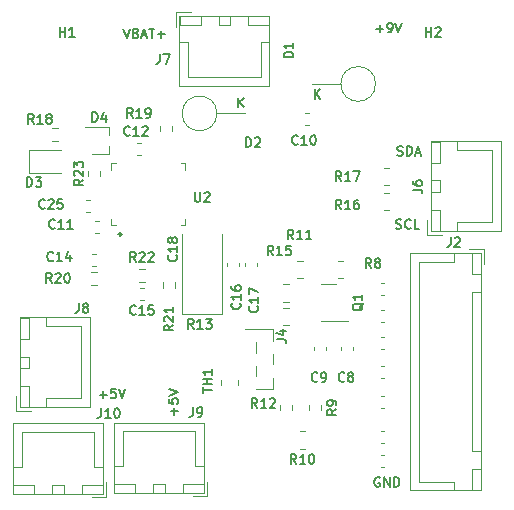
<source format=gbr>
%TF.GenerationSoftware,KiCad,Pcbnew,(6.0.1)*%
%TF.CreationDate,2022-03-12T23:59:43-07:00*%
%TF.ProjectId,PowerBackup,506f7765-7242-4616-936b-75702e6b6963,rev?*%
%TF.SameCoordinates,Original*%
%TF.FileFunction,Legend,Top*%
%TF.FilePolarity,Positive*%
%FSLAX46Y46*%
G04 Gerber Fmt 4.6, Leading zero omitted, Abs format (unit mm)*
G04 Created by KiCad (PCBNEW (6.0.1)) date 2022-03-12 23:59:43*
%MOMM*%
%LPD*%
G01*
G04 APERTURE LIST*
%ADD10C,0.150000*%
%ADD11C,0.120000*%
G04 APERTURE END LIST*
D10*
X141221428Y-78407142D02*
X141830952Y-78407142D01*
X141526190Y-78711904D02*
X141526190Y-78102380D01*
X142250000Y-78711904D02*
X142402380Y-78711904D01*
X142478571Y-78673809D01*
X142516666Y-78635714D01*
X142592857Y-78521428D01*
X142630952Y-78369047D01*
X142630952Y-78064285D01*
X142592857Y-77988095D01*
X142554761Y-77950000D01*
X142478571Y-77911904D01*
X142326190Y-77911904D01*
X142250000Y-77950000D01*
X142211904Y-77988095D01*
X142173809Y-78064285D01*
X142173809Y-78254761D01*
X142211904Y-78330952D01*
X142250000Y-78369047D01*
X142326190Y-78407142D01*
X142478571Y-78407142D01*
X142554761Y-78369047D01*
X142592857Y-78330952D01*
X142630952Y-78254761D01*
X142859523Y-77911904D02*
X143126190Y-78711904D01*
X143392857Y-77911904D01*
X143028571Y-89123809D02*
X143142857Y-89161904D01*
X143333333Y-89161904D01*
X143409523Y-89123809D01*
X143447619Y-89085714D01*
X143485714Y-89009523D01*
X143485714Y-88933333D01*
X143447619Y-88857142D01*
X143409523Y-88819047D01*
X143333333Y-88780952D01*
X143180952Y-88742857D01*
X143104761Y-88704761D01*
X143066666Y-88666666D01*
X143028571Y-88590476D01*
X143028571Y-88514285D01*
X143066666Y-88438095D01*
X143104761Y-88400000D01*
X143180952Y-88361904D01*
X143371428Y-88361904D01*
X143485714Y-88400000D01*
X143828571Y-89161904D02*
X143828571Y-88361904D01*
X144019047Y-88361904D01*
X144133333Y-88400000D01*
X144209523Y-88476190D01*
X144247619Y-88552380D01*
X144285714Y-88704761D01*
X144285714Y-88819047D01*
X144247619Y-88971428D01*
X144209523Y-89047619D01*
X144133333Y-89123809D01*
X144019047Y-89161904D01*
X143828571Y-89161904D01*
X144590476Y-88933333D02*
X144971428Y-88933333D01*
X144514285Y-89161904D02*
X144780952Y-88361904D01*
X145047619Y-89161904D01*
X142897619Y-95323809D02*
X143011904Y-95361904D01*
X143202380Y-95361904D01*
X143278571Y-95323809D01*
X143316666Y-95285714D01*
X143354761Y-95209523D01*
X143354761Y-95133333D01*
X143316666Y-95057142D01*
X143278571Y-95019047D01*
X143202380Y-94980952D01*
X143050000Y-94942857D01*
X142973809Y-94904761D01*
X142935714Y-94866666D01*
X142897619Y-94790476D01*
X142897619Y-94714285D01*
X142935714Y-94638095D01*
X142973809Y-94600000D01*
X143050000Y-94561904D01*
X143240476Y-94561904D01*
X143354761Y-94600000D01*
X144154761Y-95285714D02*
X144116666Y-95323809D01*
X144002380Y-95361904D01*
X143926190Y-95361904D01*
X143811904Y-95323809D01*
X143735714Y-95247619D01*
X143697619Y-95171428D01*
X143659523Y-95019047D01*
X143659523Y-94904761D01*
X143697619Y-94752380D01*
X143735714Y-94676190D01*
X143811904Y-94600000D01*
X143926190Y-94561904D01*
X144002380Y-94561904D01*
X144116666Y-94600000D01*
X144154761Y-94638095D01*
X144878571Y-95361904D02*
X144497619Y-95361904D01*
X144497619Y-94561904D01*
X117821428Y-109407142D02*
X118430952Y-109407142D01*
X118126190Y-109711904D02*
X118126190Y-109102380D01*
X119192857Y-108911904D02*
X118811904Y-108911904D01*
X118773809Y-109292857D01*
X118811904Y-109254761D01*
X118888095Y-109216666D01*
X119078571Y-109216666D01*
X119154761Y-109254761D01*
X119192857Y-109292857D01*
X119230952Y-109369047D01*
X119230952Y-109559523D01*
X119192857Y-109635714D01*
X119154761Y-109673809D01*
X119078571Y-109711904D01*
X118888095Y-109711904D01*
X118811904Y-109673809D01*
X118773809Y-109635714D01*
X119459523Y-108911904D02*
X119726190Y-109711904D01*
X119992857Y-108911904D01*
X124157142Y-111128571D02*
X124157142Y-110519047D01*
X124461904Y-110823809D02*
X123852380Y-110823809D01*
X123661904Y-109757142D02*
X123661904Y-110138095D01*
X124042857Y-110176190D01*
X124004761Y-110138095D01*
X123966666Y-110061904D01*
X123966666Y-109871428D01*
X124004761Y-109795238D01*
X124042857Y-109757142D01*
X124119047Y-109719047D01*
X124309523Y-109719047D01*
X124385714Y-109757142D01*
X124423809Y-109795238D01*
X124461904Y-109871428D01*
X124461904Y-110061904D01*
X124423809Y-110138095D01*
X124385714Y-110176190D01*
X123661904Y-109490476D02*
X124461904Y-109223809D01*
X123661904Y-108957142D01*
X141540476Y-116450000D02*
X141464285Y-116411904D01*
X141350000Y-116411904D01*
X141235714Y-116450000D01*
X141159523Y-116526190D01*
X141121428Y-116602380D01*
X141083333Y-116754761D01*
X141083333Y-116869047D01*
X141121428Y-117021428D01*
X141159523Y-117097619D01*
X141235714Y-117173809D01*
X141350000Y-117211904D01*
X141426190Y-117211904D01*
X141540476Y-117173809D01*
X141578571Y-117135714D01*
X141578571Y-116869047D01*
X141426190Y-116869047D01*
X141921428Y-117211904D02*
X141921428Y-116411904D01*
X142378571Y-117211904D01*
X142378571Y-116411904D01*
X142759523Y-117211904D02*
X142759523Y-116411904D01*
X142950000Y-116411904D01*
X143064285Y-116450000D01*
X143140476Y-116526190D01*
X143178571Y-116602380D01*
X143216666Y-116754761D01*
X143216666Y-116869047D01*
X143178571Y-117021428D01*
X143140476Y-117097619D01*
X143064285Y-117173809D01*
X142950000Y-117211904D01*
X142759523Y-117211904D01*
X119840476Y-78411904D02*
X120107142Y-79211904D01*
X120373809Y-78411904D01*
X120907142Y-78792857D02*
X121021428Y-78830952D01*
X121059523Y-78869047D01*
X121097619Y-78945238D01*
X121097619Y-79059523D01*
X121059523Y-79135714D01*
X121021428Y-79173809D01*
X120945238Y-79211904D01*
X120640476Y-79211904D01*
X120640476Y-78411904D01*
X120907142Y-78411904D01*
X120983333Y-78450000D01*
X121021428Y-78488095D01*
X121059523Y-78564285D01*
X121059523Y-78640476D01*
X121021428Y-78716666D01*
X120983333Y-78754761D01*
X120907142Y-78792857D01*
X120640476Y-78792857D01*
X121402380Y-78983333D02*
X121783333Y-78983333D01*
X121326190Y-79211904D02*
X121592857Y-78411904D01*
X121859523Y-79211904D01*
X122011904Y-78411904D02*
X122469047Y-78411904D01*
X122240476Y-79211904D02*
X122240476Y-78411904D01*
X122735714Y-78907142D02*
X123345238Y-78907142D01*
X123040476Y-79211904D02*
X123040476Y-78602380D01*
%TO.C,R16*%
X138285714Y-93711904D02*
X138019047Y-93330952D01*
X137828571Y-93711904D02*
X137828571Y-92911904D01*
X138133333Y-92911904D01*
X138209523Y-92950000D01*
X138247619Y-92988095D01*
X138285714Y-93064285D01*
X138285714Y-93178571D01*
X138247619Y-93254761D01*
X138209523Y-93292857D01*
X138133333Y-93330952D01*
X137828571Y-93330952D01*
X139047619Y-93711904D02*
X138590476Y-93711904D01*
X138819047Y-93711904D02*
X138819047Y-92911904D01*
X138742857Y-93026190D01*
X138666666Y-93102380D01*
X138590476Y-93140476D01*
X139733333Y-92911904D02*
X139580952Y-92911904D01*
X139504761Y-92950000D01*
X139466666Y-92988095D01*
X139390476Y-93102380D01*
X139352380Y-93254761D01*
X139352380Y-93559523D01*
X139390476Y-93635714D01*
X139428571Y-93673809D01*
X139504761Y-93711904D01*
X139657142Y-93711904D01*
X139733333Y-93673809D01*
X139771428Y-93635714D01*
X139809523Y-93559523D01*
X139809523Y-93369047D01*
X139771428Y-93292857D01*
X139733333Y-93254761D01*
X139657142Y-93216666D01*
X139504761Y-93216666D01*
X139428571Y-93254761D01*
X139390476Y-93292857D01*
X139352380Y-93369047D01*
%TO.C,J4*%
X132811904Y-104716666D02*
X133383333Y-104716666D01*
X133497619Y-104754761D01*
X133573809Y-104830952D01*
X133611904Y-104945238D01*
X133611904Y-105021428D01*
X133078571Y-103992857D02*
X133611904Y-103992857D01*
X132773809Y-104183333D02*
X133345238Y-104373809D01*
X133345238Y-103878571D01*
%TO.C,C12*%
X120389714Y-87407714D02*
X120351619Y-87445809D01*
X120237333Y-87483904D01*
X120161142Y-87483904D01*
X120046857Y-87445809D01*
X119970666Y-87369619D01*
X119932571Y-87293428D01*
X119894476Y-87141047D01*
X119894476Y-87026761D01*
X119932571Y-86874380D01*
X119970666Y-86798190D01*
X120046857Y-86722000D01*
X120161142Y-86683904D01*
X120237333Y-86683904D01*
X120351619Y-86722000D01*
X120389714Y-86760095D01*
X121151619Y-87483904D02*
X120694476Y-87483904D01*
X120923047Y-87483904D02*
X120923047Y-86683904D01*
X120846857Y-86798190D01*
X120770666Y-86874380D01*
X120694476Y-86912476D01*
X121456380Y-86760095D02*
X121494476Y-86722000D01*
X121570666Y-86683904D01*
X121761142Y-86683904D01*
X121837333Y-86722000D01*
X121875428Y-86760095D01*
X121913523Y-86836285D01*
X121913523Y-86912476D01*
X121875428Y-87026761D01*
X121418285Y-87483904D01*
X121913523Y-87483904D01*
%TO.C,D1*%
X134219904Y-80854476D02*
X133419904Y-80854476D01*
X133419904Y-80664000D01*
X133458000Y-80549714D01*
X133534190Y-80473523D01*
X133610380Y-80435428D01*
X133762761Y-80397333D01*
X133877047Y-80397333D01*
X134029428Y-80435428D01*
X134105619Y-80473523D01*
X134181809Y-80549714D01*
X134219904Y-80664000D01*
X134219904Y-80854476D01*
X134219904Y-79635428D02*
X134219904Y-80092571D01*
X134219904Y-79864000D02*
X133419904Y-79864000D01*
X133534190Y-79940190D01*
X133610380Y-80016380D01*
X133648476Y-80092571D01*
X136025476Y-84361904D02*
X136025476Y-83561904D01*
X136482619Y-84361904D02*
X136139761Y-83904761D01*
X136482619Y-83561904D02*
X136025476Y-84019047D01*
%TO.C,J6*%
X144336904Y-92041666D02*
X144908333Y-92041666D01*
X145022619Y-92079761D01*
X145098809Y-92155952D01*
X145136904Y-92270238D01*
X145136904Y-92346428D01*
X144336904Y-91317857D02*
X144336904Y-91470238D01*
X144375000Y-91546428D01*
X144413095Y-91584523D01*
X144527380Y-91660714D01*
X144679761Y-91698809D01*
X144984523Y-91698809D01*
X145060714Y-91660714D01*
X145098809Y-91622619D01*
X145136904Y-91546428D01*
X145136904Y-91394047D01*
X145098809Y-91317857D01*
X145060714Y-91279761D01*
X144984523Y-91241666D01*
X144794047Y-91241666D01*
X144717857Y-91279761D01*
X144679761Y-91317857D01*
X144641666Y-91394047D01*
X144641666Y-91546428D01*
X144679761Y-91622619D01*
X144717857Y-91660714D01*
X144794047Y-91698809D01*
%TO.C,R23*%
X116439904Y-91192285D02*
X116058952Y-91458952D01*
X116439904Y-91649428D02*
X115639904Y-91649428D01*
X115639904Y-91344666D01*
X115678000Y-91268476D01*
X115716095Y-91230380D01*
X115792285Y-91192285D01*
X115906571Y-91192285D01*
X115982761Y-91230380D01*
X116020857Y-91268476D01*
X116058952Y-91344666D01*
X116058952Y-91649428D01*
X115716095Y-90887523D02*
X115678000Y-90849428D01*
X115639904Y-90773238D01*
X115639904Y-90582761D01*
X115678000Y-90506571D01*
X115716095Y-90468476D01*
X115792285Y-90430380D01*
X115868476Y-90430380D01*
X115982761Y-90468476D01*
X116439904Y-90925619D01*
X116439904Y-90430380D01*
X115639904Y-90163714D02*
X115639904Y-89668476D01*
X115944666Y-89935142D01*
X115944666Y-89820857D01*
X115982761Y-89744666D01*
X116020857Y-89706571D01*
X116097047Y-89668476D01*
X116287523Y-89668476D01*
X116363714Y-89706571D01*
X116401809Y-89744666D01*
X116439904Y-89820857D01*
X116439904Y-90049428D01*
X116401809Y-90125619D01*
X116363714Y-90163714D01*
%TO.C,R18*%
X112261714Y-86467904D02*
X111995047Y-86086952D01*
X111804571Y-86467904D02*
X111804571Y-85667904D01*
X112109333Y-85667904D01*
X112185523Y-85706000D01*
X112223619Y-85744095D01*
X112261714Y-85820285D01*
X112261714Y-85934571D01*
X112223619Y-86010761D01*
X112185523Y-86048857D01*
X112109333Y-86086952D01*
X111804571Y-86086952D01*
X113023619Y-86467904D02*
X112566476Y-86467904D01*
X112795047Y-86467904D02*
X112795047Y-85667904D01*
X112718857Y-85782190D01*
X112642666Y-85858380D01*
X112566476Y-85896476D01*
X113480761Y-86010761D02*
X113404571Y-85972666D01*
X113366476Y-85934571D01*
X113328380Y-85858380D01*
X113328380Y-85820285D01*
X113366476Y-85744095D01*
X113404571Y-85706000D01*
X113480761Y-85667904D01*
X113633142Y-85667904D01*
X113709333Y-85706000D01*
X113747428Y-85744095D01*
X113785523Y-85820285D01*
X113785523Y-85858380D01*
X113747428Y-85934571D01*
X113709333Y-85972666D01*
X113633142Y-86010761D01*
X113480761Y-86010761D01*
X113404571Y-86048857D01*
X113366476Y-86086952D01*
X113328380Y-86163142D01*
X113328380Y-86315523D01*
X113366476Y-86391714D01*
X113404571Y-86429809D01*
X113480761Y-86467904D01*
X113633142Y-86467904D01*
X113709333Y-86429809D01*
X113747428Y-86391714D01*
X113785523Y-86315523D01*
X113785523Y-86163142D01*
X113747428Y-86086952D01*
X113709333Y-86048857D01*
X113633142Y-86010761D01*
%TO.C,J8*%
X116065333Y-101669904D02*
X116065333Y-102241333D01*
X116027238Y-102355619D01*
X115951047Y-102431809D01*
X115836761Y-102469904D01*
X115760571Y-102469904D01*
X116560571Y-102012761D02*
X116484380Y-101974666D01*
X116446285Y-101936571D01*
X116408190Y-101860380D01*
X116408190Y-101822285D01*
X116446285Y-101746095D01*
X116484380Y-101708000D01*
X116560571Y-101669904D01*
X116712952Y-101669904D01*
X116789142Y-101708000D01*
X116827238Y-101746095D01*
X116865333Y-101822285D01*
X116865333Y-101860380D01*
X116827238Y-101936571D01*
X116789142Y-101974666D01*
X116712952Y-102012761D01*
X116560571Y-102012761D01*
X116484380Y-102050857D01*
X116446285Y-102088952D01*
X116408190Y-102165142D01*
X116408190Y-102317523D01*
X116446285Y-102393714D01*
X116484380Y-102431809D01*
X116560571Y-102469904D01*
X116712952Y-102469904D01*
X116789142Y-102431809D01*
X116827238Y-102393714D01*
X116865333Y-102317523D01*
X116865333Y-102165142D01*
X116827238Y-102088952D01*
X116789142Y-102050857D01*
X116712952Y-102012761D01*
%TO.C,R20*%
X113785714Y-99929904D02*
X113519047Y-99548952D01*
X113328571Y-99929904D02*
X113328571Y-99129904D01*
X113633333Y-99129904D01*
X113709523Y-99168000D01*
X113747619Y-99206095D01*
X113785714Y-99282285D01*
X113785714Y-99396571D01*
X113747619Y-99472761D01*
X113709523Y-99510857D01*
X113633333Y-99548952D01*
X113328571Y-99548952D01*
X114090476Y-99206095D02*
X114128571Y-99168000D01*
X114204761Y-99129904D01*
X114395238Y-99129904D01*
X114471428Y-99168000D01*
X114509523Y-99206095D01*
X114547619Y-99282285D01*
X114547619Y-99358476D01*
X114509523Y-99472761D01*
X114052380Y-99929904D01*
X114547619Y-99929904D01*
X115042857Y-99129904D02*
X115119047Y-99129904D01*
X115195238Y-99168000D01*
X115233333Y-99206095D01*
X115271428Y-99282285D01*
X115309523Y-99434666D01*
X115309523Y-99625142D01*
X115271428Y-99777523D01*
X115233333Y-99853714D01*
X115195238Y-99891809D01*
X115119047Y-99929904D01*
X115042857Y-99929904D01*
X114966666Y-99891809D01*
X114928571Y-99853714D01*
X114890476Y-99777523D01*
X114852380Y-99625142D01*
X114852380Y-99434666D01*
X114890476Y-99282285D01*
X114928571Y-99206095D01*
X114966666Y-99168000D01*
X115042857Y-99129904D01*
%TO.C,Q1*%
X140138095Y-101676190D02*
X140100000Y-101752380D01*
X140023809Y-101828571D01*
X139909523Y-101942857D01*
X139871428Y-102019047D01*
X139871428Y-102095238D01*
X140061904Y-102057142D02*
X140023809Y-102133333D01*
X139947619Y-102209523D01*
X139795238Y-102247619D01*
X139528571Y-102247619D01*
X139376190Y-102209523D01*
X139300000Y-102133333D01*
X139261904Y-102057142D01*
X139261904Y-101904761D01*
X139300000Y-101828571D01*
X139376190Y-101752380D01*
X139528571Y-101714285D01*
X139795238Y-101714285D01*
X139947619Y-101752380D01*
X140023809Y-101828571D01*
X140061904Y-101904761D01*
X140061904Y-102057142D01*
X140061904Y-100952380D02*
X140061904Y-101409523D01*
X140061904Y-101180952D02*
X139261904Y-101180952D01*
X139376190Y-101257142D01*
X139452380Y-101333333D01*
X139490476Y-101409523D01*
%TO.C,C18*%
X124335714Y-97614285D02*
X124373809Y-97652380D01*
X124411904Y-97766666D01*
X124411904Y-97842857D01*
X124373809Y-97957142D01*
X124297619Y-98033333D01*
X124221428Y-98071428D01*
X124069047Y-98109523D01*
X123954761Y-98109523D01*
X123802380Y-98071428D01*
X123726190Y-98033333D01*
X123650000Y-97957142D01*
X123611904Y-97842857D01*
X123611904Y-97766666D01*
X123650000Y-97652380D01*
X123688095Y-97614285D01*
X124411904Y-96852380D02*
X124411904Y-97309523D01*
X124411904Y-97080952D02*
X123611904Y-97080952D01*
X123726190Y-97157142D01*
X123802380Y-97233333D01*
X123840476Y-97309523D01*
X123954761Y-96395238D02*
X123916666Y-96471428D01*
X123878571Y-96509523D01*
X123802380Y-96547619D01*
X123764285Y-96547619D01*
X123688095Y-96509523D01*
X123650000Y-96471428D01*
X123611904Y-96395238D01*
X123611904Y-96242857D01*
X123650000Y-96166666D01*
X123688095Y-96128571D01*
X123764285Y-96090476D01*
X123802380Y-96090476D01*
X123878571Y-96128571D01*
X123916666Y-96166666D01*
X123954761Y-96242857D01*
X123954761Y-96395238D01*
X123992857Y-96471428D01*
X124030952Y-96509523D01*
X124107142Y-96547619D01*
X124259523Y-96547619D01*
X124335714Y-96509523D01*
X124373809Y-96471428D01*
X124411904Y-96395238D01*
X124411904Y-96242857D01*
X124373809Y-96166666D01*
X124335714Y-96128571D01*
X124259523Y-96090476D01*
X124107142Y-96090476D01*
X124030952Y-96128571D01*
X123992857Y-96166666D01*
X123954761Y-96242857D01*
%TO.C,R11*%
X134235714Y-96236904D02*
X133969047Y-95855952D01*
X133778571Y-96236904D02*
X133778571Y-95436904D01*
X134083333Y-95436904D01*
X134159523Y-95475000D01*
X134197619Y-95513095D01*
X134235714Y-95589285D01*
X134235714Y-95703571D01*
X134197619Y-95779761D01*
X134159523Y-95817857D01*
X134083333Y-95855952D01*
X133778571Y-95855952D01*
X134997619Y-96236904D02*
X134540476Y-96236904D01*
X134769047Y-96236904D02*
X134769047Y-95436904D01*
X134692857Y-95551190D01*
X134616666Y-95627380D01*
X134540476Y-95665476D01*
X135759523Y-96236904D02*
X135302380Y-96236904D01*
X135530952Y-96236904D02*
X135530952Y-95436904D01*
X135454761Y-95551190D01*
X135378571Y-95627380D01*
X135302380Y-95665476D01*
%TO.C,C10*%
X134613714Y-88169714D02*
X134575619Y-88207809D01*
X134461333Y-88245904D01*
X134385142Y-88245904D01*
X134270857Y-88207809D01*
X134194666Y-88131619D01*
X134156571Y-88055428D01*
X134118476Y-87903047D01*
X134118476Y-87788761D01*
X134156571Y-87636380D01*
X134194666Y-87560190D01*
X134270857Y-87484000D01*
X134385142Y-87445904D01*
X134461333Y-87445904D01*
X134575619Y-87484000D01*
X134613714Y-87522095D01*
X135375619Y-88245904D02*
X134918476Y-88245904D01*
X135147047Y-88245904D02*
X135147047Y-87445904D01*
X135070857Y-87560190D01*
X134994666Y-87636380D01*
X134918476Y-87674476D01*
X135870857Y-87445904D02*
X135947047Y-87445904D01*
X136023238Y-87484000D01*
X136061333Y-87522095D01*
X136099428Y-87598285D01*
X136137523Y-87750666D01*
X136137523Y-87941142D01*
X136099428Y-88093523D01*
X136061333Y-88169714D01*
X136023238Y-88207809D01*
X135947047Y-88245904D01*
X135870857Y-88245904D01*
X135794666Y-88207809D01*
X135756571Y-88169714D01*
X135718476Y-88093523D01*
X135680380Y-87941142D01*
X135680380Y-87750666D01*
X135718476Y-87598285D01*
X135756571Y-87522095D01*
X135794666Y-87484000D01*
X135870857Y-87445904D01*
%TO.C,R21*%
X124061904Y-103514285D02*
X123680952Y-103780952D01*
X124061904Y-103971428D02*
X123261904Y-103971428D01*
X123261904Y-103666666D01*
X123300000Y-103590476D01*
X123338095Y-103552380D01*
X123414285Y-103514285D01*
X123528571Y-103514285D01*
X123604761Y-103552380D01*
X123642857Y-103590476D01*
X123680952Y-103666666D01*
X123680952Y-103971428D01*
X123338095Y-103209523D02*
X123300000Y-103171428D01*
X123261904Y-103095238D01*
X123261904Y-102904761D01*
X123300000Y-102828571D01*
X123338095Y-102790476D01*
X123414285Y-102752380D01*
X123490476Y-102752380D01*
X123604761Y-102790476D01*
X124061904Y-103247619D01*
X124061904Y-102752380D01*
X124061904Y-101990476D02*
X124061904Y-102447619D01*
X124061904Y-102219047D02*
X123261904Y-102219047D01*
X123376190Y-102295238D01*
X123452380Y-102371428D01*
X123490476Y-102447619D01*
%TO.C,U2*%
X125882476Y-92271904D02*
X125882476Y-92919523D01*
X125920571Y-92995714D01*
X125958666Y-93033809D01*
X126034857Y-93071904D01*
X126187238Y-93071904D01*
X126263428Y-93033809D01*
X126301523Y-92995714D01*
X126339619Y-92919523D01*
X126339619Y-92271904D01*
X126682476Y-92348095D02*
X126720571Y-92310000D01*
X126796761Y-92271904D01*
X126987238Y-92271904D01*
X127063428Y-92310000D01*
X127101523Y-92348095D01*
X127139619Y-92424285D01*
X127139619Y-92500476D01*
X127101523Y-92614761D01*
X126644380Y-93071904D01*
X127139619Y-93071904D01*
X119411904Y-95800000D02*
X119602380Y-95800000D01*
X119526190Y-95990476D02*
X119602380Y-95800000D01*
X119526190Y-95609523D01*
X119754761Y-95914285D02*
X119602380Y-95800000D01*
X119754761Y-95685714D01*
%TO.C,C9*%
X136264666Y-108235714D02*
X136226571Y-108273809D01*
X136112285Y-108311904D01*
X136036095Y-108311904D01*
X135921809Y-108273809D01*
X135845619Y-108197619D01*
X135807523Y-108121428D01*
X135769428Y-107969047D01*
X135769428Y-107854761D01*
X135807523Y-107702380D01*
X135845619Y-107626190D01*
X135921809Y-107550000D01*
X136036095Y-107511904D01*
X136112285Y-107511904D01*
X136226571Y-107550000D01*
X136264666Y-107588095D01*
X136645619Y-108311904D02*
X136798000Y-108311904D01*
X136874190Y-108273809D01*
X136912285Y-108235714D01*
X136988476Y-108121428D01*
X137026571Y-107969047D01*
X137026571Y-107664285D01*
X136988476Y-107588095D01*
X136950380Y-107550000D01*
X136874190Y-107511904D01*
X136721809Y-107511904D01*
X136645619Y-107550000D01*
X136607523Y-107588095D01*
X136569428Y-107664285D01*
X136569428Y-107854761D01*
X136607523Y-107930952D01*
X136645619Y-107969047D01*
X136721809Y-108007142D01*
X136874190Y-108007142D01*
X136950380Y-107969047D01*
X136988476Y-107930952D01*
X137026571Y-107854761D01*
%TO.C,D2*%
X130219523Y-88431904D02*
X130219523Y-87631904D01*
X130410000Y-87631904D01*
X130524285Y-87670000D01*
X130600476Y-87746190D01*
X130638571Y-87822380D01*
X130676666Y-87974761D01*
X130676666Y-88089047D01*
X130638571Y-88241428D01*
X130600476Y-88317619D01*
X130524285Y-88393809D01*
X130410000Y-88431904D01*
X130219523Y-88431904D01*
X130981428Y-87708095D02*
X131019523Y-87670000D01*
X131095714Y-87631904D01*
X131286190Y-87631904D01*
X131362380Y-87670000D01*
X131400476Y-87708095D01*
X131438571Y-87784285D01*
X131438571Y-87860476D01*
X131400476Y-87974761D01*
X130943333Y-88431904D01*
X131438571Y-88431904D01*
X129555476Y-85061904D02*
X129555476Y-84261904D01*
X130012619Y-85061904D02*
X129669761Y-84604761D01*
X130012619Y-84261904D02*
X129555476Y-84719047D01*
%TO.C,C8*%
X138550666Y-108235714D02*
X138512571Y-108273809D01*
X138398285Y-108311904D01*
X138322095Y-108311904D01*
X138207809Y-108273809D01*
X138131619Y-108197619D01*
X138093523Y-108121428D01*
X138055428Y-107969047D01*
X138055428Y-107854761D01*
X138093523Y-107702380D01*
X138131619Y-107626190D01*
X138207809Y-107550000D01*
X138322095Y-107511904D01*
X138398285Y-107511904D01*
X138512571Y-107550000D01*
X138550666Y-107588095D01*
X139007809Y-107854761D02*
X138931619Y-107816666D01*
X138893523Y-107778571D01*
X138855428Y-107702380D01*
X138855428Y-107664285D01*
X138893523Y-107588095D01*
X138931619Y-107550000D01*
X139007809Y-107511904D01*
X139160190Y-107511904D01*
X139236380Y-107550000D01*
X139274476Y-107588095D01*
X139312571Y-107664285D01*
X139312571Y-107702380D01*
X139274476Y-107778571D01*
X139236380Y-107816666D01*
X139160190Y-107854761D01*
X139007809Y-107854761D01*
X138931619Y-107892857D01*
X138893523Y-107930952D01*
X138855428Y-108007142D01*
X138855428Y-108159523D01*
X138893523Y-108235714D01*
X138931619Y-108273809D01*
X139007809Y-108311904D01*
X139160190Y-108311904D01*
X139236380Y-108273809D01*
X139274476Y-108235714D01*
X139312571Y-108159523D01*
X139312571Y-108007142D01*
X139274476Y-107930952D01*
X139236380Y-107892857D01*
X139160190Y-107854761D01*
%TO.C,R9*%
X137879404Y-110633333D02*
X137498452Y-110900000D01*
X137879404Y-111090476D02*
X137079404Y-111090476D01*
X137079404Y-110785714D01*
X137117500Y-110709523D01*
X137155595Y-110671428D01*
X137231785Y-110633333D01*
X137346071Y-110633333D01*
X137422261Y-110671428D01*
X137460357Y-110709523D01*
X137498452Y-110785714D01*
X137498452Y-111090476D01*
X137879404Y-110252380D02*
X137879404Y-110100000D01*
X137841309Y-110023809D01*
X137803214Y-109985714D01*
X137688928Y-109909523D01*
X137536547Y-109871428D01*
X137231785Y-109871428D01*
X137155595Y-109909523D01*
X137117500Y-109947619D01*
X137079404Y-110023809D01*
X137079404Y-110176190D01*
X137117500Y-110252380D01*
X137155595Y-110290476D01*
X137231785Y-110328571D01*
X137422261Y-110328571D01*
X137498452Y-110290476D01*
X137536547Y-110252380D01*
X137574642Y-110176190D01*
X137574642Y-110023809D01*
X137536547Y-109947619D01*
X137498452Y-109909523D01*
X137422261Y-109871428D01*
%TO.C,R13*%
X125785714Y-103811904D02*
X125519047Y-103430952D01*
X125328571Y-103811904D02*
X125328571Y-103011904D01*
X125633333Y-103011904D01*
X125709523Y-103050000D01*
X125747619Y-103088095D01*
X125785714Y-103164285D01*
X125785714Y-103278571D01*
X125747619Y-103354761D01*
X125709523Y-103392857D01*
X125633333Y-103430952D01*
X125328571Y-103430952D01*
X126547619Y-103811904D02*
X126090476Y-103811904D01*
X126319047Y-103811904D02*
X126319047Y-103011904D01*
X126242857Y-103126190D01*
X126166666Y-103202380D01*
X126090476Y-103240476D01*
X126814285Y-103011904D02*
X127309523Y-103011904D01*
X127042857Y-103316666D01*
X127157142Y-103316666D01*
X127233333Y-103354761D01*
X127271428Y-103392857D01*
X127309523Y-103469047D01*
X127309523Y-103659523D01*
X127271428Y-103735714D01*
X127233333Y-103773809D01*
X127157142Y-103811904D01*
X126928571Y-103811904D01*
X126852380Y-103773809D01*
X126814285Y-103735714D01*
%TO.C,TH1*%
X126561904Y-109232571D02*
X126561904Y-108775428D01*
X127361904Y-109004000D02*
X126561904Y-109004000D01*
X127361904Y-108508761D02*
X126561904Y-108508761D01*
X126942857Y-108508761D02*
X126942857Y-108051619D01*
X127361904Y-108051619D02*
X126561904Y-108051619D01*
X127361904Y-107251619D02*
X127361904Y-107708761D01*
X127361904Y-107480190D02*
X126561904Y-107480190D01*
X126676190Y-107556380D01*
X126752380Y-107632571D01*
X126790476Y-107708761D01*
%TO.C,R15*%
X132510714Y-97586904D02*
X132244047Y-97205952D01*
X132053571Y-97586904D02*
X132053571Y-96786904D01*
X132358333Y-96786904D01*
X132434523Y-96825000D01*
X132472619Y-96863095D01*
X132510714Y-96939285D01*
X132510714Y-97053571D01*
X132472619Y-97129761D01*
X132434523Y-97167857D01*
X132358333Y-97205952D01*
X132053571Y-97205952D01*
X133272619Y-97586904D02*
X132815476Y-97586904D01*
X133044047Y-97586904D02*
X133044047Y-96786904D01*
X132967857Y-96901190D01*
X132891666Y-96977380D01*
X132815476Y-97015476D01*
X133996428Y-96786904D02*
X133615476Y-96786904D01*
X133577380Y-97167857D01*
X133615476Y-97129761D01*
X133691666Y-97091666D01*
X133882142Y-97091666D01*
X133958333Y-97129761D01*
X133996428Y-97167857D01*
X134034523Y-97244047D01*
X134034523Y-97434523D01*
X133996428Y-97510714D01*
X133958333Y-97548809D01*
X133882142Y-97586904D01*
X133691666Y-97586904D01*
X133615476Y-97548809D01*
X133577380Y-97510714D01*
%TO.C,J9*%
X125733333Y-110461904D02*
X125733333Y-111033333D01*
X125695238Y-111147619D01*
X125619047Y-111223809D01*
X125504761Y-111261904D01*
X125428571Y-111261904D01*
X126152380Y-111261904D02*
X126304761Y-111261904D01*
X126380952Y-111223809D01*
X126419047Y-111185714D01*
X126495238Y-111071428D01*
X126533333Y-110919047D01*
X126533333Y-110614285D01*
X126495238Y-110538095D01*
X126457142Y-110500000D01*
X126380952Y-110461904D01*
X126228571Y-110461904D01*
X126152380Y-110500000D01*
X126114285Y-110538095D01*
X126076190Y-110614285D01*
X126076190Y-110804761D01*
X126114285Y-110880952D01*
X126152380Y-110919047D01*
X126228571Y-110957142D01*
X126380952Y-110957142D01*
X126457142Y-110919047D01*
X126495238Y-110880952D01*
X126533333Y-110804761D01*
%TO.C,D4*%
X117215523Y-86295904D02*
X117215523Y-85495904D01*
X117406000Y-85495904D01*
X117520285Y-85534000D01*
X117596476Y-85610190D01*
X117634571Y-85686380D01*
X117672666Y-85838761D01*
X117672666Y-85953047D01*
X117634571Y-86105428D01*
X117596476Y-86181619D01*
X117520285Y-86257809D01*
X117406000Y-86295904D01*
X117215523Y-86295904D01*
X118358380Y-85762571D02*
X118358380Y-86295904D01*
X118167904Y-85457809D02*
X117977428Y-86029238D01*
X118472666Y-86029238D01*
%TO.C,R19*%
X120643714Y-85959904D02*
X120377047Y-85578952D01*
X120186571Y-85959904D02*
X120186571Y-85159904D01*
X120491333Y-85159904D01*
X120567523Y-85198000D01*
X120605619Y-85236095D01*
X120643714Y-85312285D01*
X120643714Y-85426571D01*
X120605619Y-85502761D01*
X120567523Y-85540857D01*
X120491333Y-85578952D01*
X120186571Y-85578952D01*
X121405619Y-85959904D02*
X120948476Y-85959904D01*
X121177047Y-85959904D02*
X121177047Y-85159904D01*
X121100857Y-85274190D01*
X121024666Y-85350380D01*
X120948476Y-85388476D01*
X121786571Y-85959904D02*
X121938952Y-85959904D01*
X122015142Y-85921809D01*
X122053238Y-85883714D01*
X122129428Y-85769428D01*
X122167523Y-85617047D01*
X122167523Y-85312285D01*
X122129428Y-85236095D01*
X122091333Y-85198000D01*
X122015142Y-85159904D01*
X121862761Y-85159904D01*
X121786571Y-85198000D01*
X121748476Y-85236095D01*
X121710380Y-85312285D01*
X121710380Y-85502761D01*
X121748476Y-85578952D01*
X121786571Y-85617047D01*
X121862761Y-85655142D01*
X122015142Y-85655142D01*
X122091333Y-85617047D01*
X122129428Y-85578952D01*
X122167523Y-85502761D01*
%TO.C,R17*%
X138285714Y-91311904D02*
X138019047Y-90930952D01*
X137828571Y-91311904D02*
X137828571Y-90511904D01*
X138133333Y-90511904D01*
X138209523Y-90550000D01*
X138247619Y-90588095D01*
X138285714Y-90664285D01*
X138285714Y-90778571D01*
X138247619Y-90854761D01*
X138209523Y-90892857D01*
X138133333Y-90930952D01*
X137828571Y-90930952D01*
X139047619Y-91311904D02*
X138590476Y-91311904D01*
X138819047Y-91311904D02*
X138819047Y-90511904D01*
X138742857Y-90626190D01*
X138666666Y-90702380D01*
X138590476Y-90740476D01*
X139314285Y-90511904D02*
X139847619Y-90511904D01*
X139504761Y-91311904D01*
%TO.C,J2*%
X147562097Y-96081904D02*
X147562097Y-96653333D01*
X147524002Y-96767619D01*
X147447811Y-96843809D01*
X147333525Y-96881904D01*
X147257335Y-96881904D01*
X147904954Y-96158095D02*
X147943049Y-96120000D01*
X148019240Y-96081904D01*
X148209716Y-96081904D01*
X148285906Y-96120000D01*
X148324002Y-96158095D01*
X148362097Y-96234285D01*
X148362097Y-96310476D01*
X148324002Y-96424761D01*
X147866859Y-96881904D01*
X148362097Y-96881904D01*
%TO.C,H1*%
X114452476Y-79084904D02*
X114452476Y-78284904D01*
X114452476Y-78665857D02*
X114909619Y-78665857D01*
X114909619Y-79084904D02*
X114909619Y-78284904D01*
X115709619Y-79084904D02*
X115252476Y-79084904D01*
X115481047Y-79084904D02*
X115481047Y-78284904D01*
X115404857Y-78399190D01*
X115328666Y-78475380D01*
X115252476Y-78513476D01*
%TO.C,J7*%
X122923333Y-80587904D02*
X122923333Y-81159333D01*
X122885238Y-81273619D01*
X122809047Y-81349809D01*
X122694761Y-81387904D01*
X122618571Y-81387904D01*
X123228095Y-80587904D02*
X123761428Y-80587904D01*
X123418571Y-81387904D01*
%TO.C,R8*%
X140836666Y-98659904D02*
X140570000Y-98278952D01*
X140379523Y-98659904D02*
X140379523Y-97859904D01*
X140684285Y-97859904D01*
X140760476Y-97898000D01*
X140798571Y-97936095D01*
X140836666Y-98012285D01*
X140836666Y-98126571D01*
X140798571Y-98202761D01*
X140760476Y-98240857D01*
X140684285Y-98278952D01*
X140379523Y-98278952D01*
X141293809Y-98202761D02*
X141217619Y-98164666D01*
X141179523Y-98126571D01*
X141141428Y-98050380D01*
X141141428Y-98012285D01*
X141179523Y-97936095D01*
X141217619Y-97898000D01*
X141293809Y-97859904D01*
X141446190Y-97859904D01*
X141522380Y-97898000D01*
X141560476Y-97936095D01*
X141598571Y-98012285D01*
X141598571Y-98050380D01*
X141560476Y-98126571D01*
X141522380Y-98164666D01*
X141446190Y-98202761D01*
X141293809Y-98202761D01*
X141217619Y-98240857D01*
X141179523Y-98278952D01*
X141141428Y-98355142D01*
X141141428Y-98507523D01*
X141179523Y-98583714D01*
X141217619Y-98621809D01*
X141293809Y-98659904D01*
X141446190Y-98659904D01*
X141522380Y-98621809D01*
X141560476Y-98583714D01*
X141598571Y-98507523D01*
X141598571Y-98355142D01*
X141560476Y-98278952D01*
X141522380Y-98240857D01*
X141446190Y-98202761D01*
%TO.C,R10*%
X134485714Y-115261904D02*
X134219047Y-114880952D01*
X134028571Y-115261904D02*
X134028571Y-114461904D01*
X134333333Y-114461904D01*
X134409523Y-114500000D01*
X134447619Y-114538095D01*
X134485714Y-114614285D01*
X134485714Y-114728571D01*
X134447619Y-114804761D01*
X134409523Y-114842857D01*
X134333333Y-114880952D01*
X134028571Y-114880952D01*
X135247619Y-115261904D02*
X134790476Y-115261904D01*
X135019047Y-115261904D02*
X135019047Y-114461904D01*
X134942857Y-114576190D01*
X134866666Y-114652380D01*
X134790476Y-114690476D01*
X135742857Y-114461904D02*
X135819047Y-114461904D01*
X135895238Y-114500000D01*
X135933333Y-114538095D01*
X135971428Y-114614285D01*
X136009523Y-114766666D01*
X136009523Y-114957142D01*
X135971428Y-115109523D01*
X135933333Y-115185714D01*
X135895238Y-115223809D01*
X135819047Y-115261904D01*
X135742857Y-115261904D01*
X135666666Y-115223809D01*
X135628571Y-115185714D01*
X135590476Y-115109523D01*
X135552380Y-114957142D01*
X135552380Y-114766666D01*
X135590476Y-114614285D01*
X135628571Y-114538095D01*
X135666666Y-114500000D01*
X135742857Y-114461904D01*
%TO.C,C25*%
X113185714Y-93585714D02*
X113147619Y-93623809D01*
X113033333Y-93661904D01*
X112957142Y-93661904D01*
X112842857Y-93623809D01*
X112766666Y-93547619D01*
X112728571Y-93471428D01*
X112690476Y-93319047D01*
X112690476Y-93204761D01*
X112728571Y-93052380D01*
X112766666Y-92976190D01*
X112842857Y-92900000D01*
X112957142Y-92861904D01*
X113033333Y-92861904D01*
X113147619Y-92900000D01*
X113185714Y-92938095D01*
X113490476Y-92938095D02*
X113528571Y-92900000D01*
X113604761Y-92861904D01*
X113795238Y-92861904D01*
X113871428Y-92900000D01*
X113909523Y-92938095D01*
X113947619Y-93014285D01*
X113947619Y-93090476D01*
X113909523Y-93204761D01*
X113452380Y-93661904D01*
X113947619Y-93661904D01*
X114671428Y-92861904D02*
X114290476Y-92861904D01*
X114252380Y-93242857D01*
X114290476Y-93204761D01*
X114366666Y-93166666D01*
X114557142Y-93166666D01*
X114633333Y-93204761D01*
X114671428Y-93242857D01*
X114709523Y-93319047D01*
X114709523Y-93509523D01*
X114671428Y-93585714D01*
X114633333Y-93623809D01*
X114557142Y-93661904D01*
X114366666Y-93661904D01*
X114290476Y-93623809D01*
X114252380Y-93585714D01*
%TO.C,R22*%
X120897714Y-98151904D02*
X120631047Y-97770952D01*
X120440571Y-98151904D02*
X120440571Y-97351904D01*
X120745333Y-97351904D01*
X120821523Y-97390000D01*
X120859619Y-97428095D01*
X120897714Y-97504285D01*
X120897714Y-97618571D01*
X120859619Y-97694761D01*
X120821523Y-97732857D01*
X120745333Y-97770952D01*
X120440571Y-97770952D01*
X121202476Y-97428095D02*
X121240571Y-97390000D01*
X121316761Y-97351904D01*
X121507238Y-97351904D01*
X121583428Y-97390000D01*
X121621523Y-97428095D01*
X121659619Y-97504285D01*
X121659619Y-97580476D01*
X121621523Y-97694761D01*
X121164380Y-98151904D01*
X121659619Y-98151904D01*
X121964380Y-97428095D02*
X122002476Y-97390000D01*
X122078666Y-97351904D01*
X122269142Y-97351904D01*
X122345333Y-97390000D01*
X122383428Y-97428095D01*
X122421523Y-97504285D01*
X122421523Y-97580476D01*
X122383428Y-97694761D01*
X121926285Y-98151904D01*
X122421523Y-98151904D01*
%TO.C,R12*%
X131185714Y-110511904D02*
X130919047Y-110130952D01*
X130728571Y-110511904D02*
X130728571Y-109711904D01*
X131033333Y-109711904D01*
X131109523Y-109750000D01*
X131147619Y-109788095D01*
X131185714Y-109864285D01*
X131185714Y-109978571D01*
X131147619Y-110054761D01*
X131109523Y-110092857D01*
X131033333Y-110130952D01*
X130728571Y-110130952D01*
X131947619Y-110511904D02*
X131490476Y-110511904D01*
X131719047Y-110511904D02*
X131719047Y-109711904D01*
X131642857Y-109826190D01*
X131566666Y-109902380D01*
X131490476Y-109940476D01*
X132252380Y-109788095D02*
X132290476Y-109750000D01*
X132366666Y-109711904D01*
X132557142Y-109711904D01*
X132633333Y-109750000D01*
X132671428Y-109788095D01*
X132709523Y-109864285D01*
X132709523Y-109940476D01*
X132671428Y-110054761D01*
X132214285Y-110511904D01*
X132709523Y-110511904D01*
%TO.C,H2*%
X145440476Y-79084904D02*
X145440476Y-78284904D01*
X145440476Y-78665857D02*
X145897619Y-78665857D01*
X145897619Y-79084904D02*
X145897619Y-78284904D01*
X146240476Y-78361095D02*
X146278571Y-78323000D01*
X146354761Y-78284904D01*
X146545238Y-78284904D01*
X146621428Y-78323000D01*
X146659523Y-78361095D01*
X146697619Y-78437285D01*
X146697619Y-78513476D01*
X146659523Y-78627761D01*
X146202380Y-79084904D01*
X146697619Y-79084904D01*
%TO.C,C15*%
X120897714Y-102565714D02*
X120859619Y-102603809D01*
X120745333Y-102641904D01*
X120669142Y-102641904D01*
X120554857Y-102603809D01*
X120478666Y-102527619D01*
X120440571Y-102451428D01*
X120402476Y-102299047D01*
X120402476Y-102184761D01*
X120440571Y-102032380D01*
X120478666Y-101956190D01*
X120554857Y-101880000D01*
X120669142Y-101841904D01*
X120745333Y-101841904D01*
X120859619Y-101880000D01*
X120897714Y-101918095D01*
X121659619Y-102641904D02*
X121202476Y-102641904D01*
X121431047Y-102641904D02*
X121431047Y-101841904D01*
X121354857Y-101956190D01*
X121278666Y-102032380D01*
X121202476Y-102070476D01*
X122383428Y-101841904D02*
X122002476Y-101841904D01*
X121964380Y-102222857D01*
X122002476Y-102184761D01*
X122078666Y-102146666D01*
X122269142Y-102146666D01*
X122345333Y-102184761D01*
X122383428Y-102222857D01*
X122421523Y-102299047D01*
X122421523Y-102489523D01*
X122383428Y-102565714D01*
X122345333Y-102603809D01*
X122269142Y-102641904D01*
X122078666Y-102641904D01*
X122002476Y-102603809D01*
X121964380Y-102565714D01*
%TO.C,C14*%
X113885714Y-98035714D02*
X113847619Y-98073809D01*
X113733333Y-98111904D01*
X113657142Y-98111904D01*
X113542857Y-98073809D01*
X113466666Y-97997619D01*
X113428571Y-97921428D01*
X113390476Y-97769047D01*
X113390476Y-97654761D01*
X113428571Y-97502380D01*
X113466666Y-97426190D01*
X113542857Y-97350000D01*
X113657142Y-97311904D01*
X113733333Y-97311904D01*
X113847619Y-97350000D01*
X113885714Y-97388095D01*
X114647619Y-98111904D02*
X114190476Y-98111904D01*
X114419047Y-98111904D02*
X114419047Y-97311904D01*
X114342857Y-97426190D01*
X114266666Y-97502380D01*
X114190476Y-97540476D01*
X115333333Y-97578571D02*
X115333333Y-98111904D01*
X115142857Y-97273809D02*
X114952380Y-97845238D01*
X115447619Y-97845238D01*
%TO.C,J10*%
X117952380Y-110561904D02*
X117952380Y-111133333D01*
X117914285Y-111247619D01*
X117838095Y-111323809D01*
X117723809Y-111361904D01*
X117647619Y-111361904D01*
X118752380Y-111361904D02*
X118295238Y-111361904D01*
X118523809Y-111361904D02*
X118523809Y-110561904D01*
X118447619Y-110676190D01*
X118371428Y-110752380D01*
X118295238Y-110790476D01*
X119247619Y-110561904D02*
X119323809Y-110561904D01*
X119400000Y-110600000D01*
X119438095Y-110638095D01*
X119476190Y-110714285D01*
X119514285Y-110866666D01*
X119514285Y-111057142D01*
X119476190Y-111209523D01*
X119438095Y-111285714D01*
X119400000Y-111323809D01*
X119323809Y-111361904D01*
X119247619Y-111361904D01*
X119171428Y-111323809D01*
X119133333Y-111285714D01*
X119095238Y-111209523D01*
X119057142Y-111057142D01*
X119057142Y-110866666D01*
X119095238Y-110714285D01*
X119133333Y-110638095D01*
X119171428Y-110600000D01*
X119247619Y-110561904D01*
%TO.C,D3*%
X111677523Y-91801904D02*
X111677523Y-91001904D01*
X111868000Y-91001904D01*
X111982285Y-91040000D01*
X112058476Y-91116190D01*
X112096571Y-91192380D01*
X112134666Y-91344761D01*
X112134666Y-91459047D01*
X112096571Y-91611428D01*
X112058476Y-91687619D01*
X111982285Y-91763809D01*
X111868000Y-91801904D01*
X111677523Y-91801904D01*
X112401333Y-91001904D02*
X112896571Y-91001904D01*
X112629904Y-91306666D01*
X112744190Y-91306666D01*
X112820380Y-91344761D01*
X112858476Y-91382857D01*
X112896571Y-91459047D01*
X112896571Y-91649523D01*
X112858476Y-91725714D01*
X112820380Y-91763809D01*
X112744190Y-91801904D01*
X112515619Y-91801904D01*
X112439428Y-91763809D01*
X112401333Y-91725714D01*
%TO.C,C17*%
X131189714Y-101937285D02*
X131227809Y-101975380D01*
X131265904Y-102089666D01*
X131265904Y-102165857D01*
X131227809Y-102280142D01*
X131151619Y-102356333D01*
X131075428Y-102394428D01*
X130923047Y-102432523D01*
X130808761Y-102432523D01*
X130656380Y-102394428D01*
X130580190Y-102356333D01*
X130504000Y-102280142D01*
X130465904Y-102165857D01*
X130465904Y-102089666D01*
X130504000Y-101975380D01*
X130542095Y-101937285D01*
X131265904Y-101175380D02*
X131265904Y-101632523D01*
X131265904Y-101403952D02*
X130465904Y-101403952D01*
X130580190Y-101480142D01*
X130656380Y-101556333D01*
X130694476Y-101632523D01*
X130465904Y-100908714D02*
X130465904Y-100375380D01*
X131265904Y-100718238D01*
%TO.C,C11*%
X114039714Y-95281714D02*
X114001619Y-95319809D01*
X113887333Y-95357904D01*
X113811142Y-95357904D01*
X113696857Y-95319809D01*
X113620666Y-95243619D01*
X113582571Y-95167428D01*
X113544476Y-95015047D01*
X113544476Y-94900761D01*
X113582571Y-94748380D01*
X113620666Y-94672190D01*
X113696857Y-94596000D01*
X113811142Y-94557904D01*
X113887333Y-94557904D01*
X114001619Y-94596000D01*
X114039714Y-94634095D01*
X114801619Y-95357904D02*
X114344476Y-95357904D01*
X114573047Y-95357904D02*
X114573047Y-94557904D01*
X114496857Y-94672190D01*
X114420666Y-94748380D01*
X114344476Y-94786476D01*
X115563523Y-95357904D02*
X115106380Y-95357904D01*
X115334952Y-95357904D02*
X115334952Y-94557904D01*
X115258761Y-94672190D01*
X115182571Y-94748380D01*
X115106380Y-94786476D01*
%TO.C,C16*%
X129689714Y-101683285D02*
X129727809Y-101721380D01*
X129765904Y-101835666D01*
X129765904Y-101911857D01*
X129727809Y-102026142D01*
X129651619Y-102102333D01*
X129575428Y-102140428D01*
X129423047Y-102178523D01*
X129308761Y-102178523D01*
X129156380Y-102140428D01*
X129080190Y-102102333D01*
X129004000Y-102026142D01*
X128965904Y-101911857D01*
X128965904Y-101835666D01*
X129004000Y-101721380D01*
X129042095Y-101683285D01*
X129765904Y-100921380D02*
X129765904Y-101378523D01*
X129765904Y-101149952D02*
X128965904Y-101149952D01*
X129080190Y-101226142D01*
X129156380Y-101302333D01*
X129194476Y-101378523D01*
X128965904Y-100235666D02*
X128965904Y-100388047D01*
X129004000Y-100464238D01*
X129042095Y-100502333D01*
X129156380Y-100578523D01*
X129308761Y-100616619D01*
X129613523Y-100616619D01*
X129689714Y-100578523D01*
X129727809Y-100540428D01*
X129765904Y-100464238D01*
X129765904Y-100311857D01*
X129727809Y-100235666D01*
X129689714Y-100197571D01*
X129613523Y-100159476D01*
X129423047Y-100159476D01*
X129346857Y-100197571D01*
X129308761Y-100235666D01*
X129270666Y-100311857D01*
X129270666Y-100464238D01*
X129308761Y-100540428D01*
X129346857Y-100578523D01*
X129423047Y-100616619D01*
D11*
%TO.C,R16*%
X142352064Y-93785000D02*
X141897936Y-93785000D01*
X142352064Y-92315000D02*
X141897936Y-92315000D01*
%TO.C,J4*%
X132495000Y-108960000D02*
X132495000Y-108960000D01*
X132495000Y-107960000D02*
X132495000Y-108960000D01*
X131105000Y-106960000D02*
X131105000Y-107840000D01*
X131105000Y-108960000D02*
X132495000Y-108960000D01*
X132495000Y-103840000D02*
X132495000Y-104840000D01*
X131105000Y-103840000D02*
X131105000Y-103840000D01*
X131105000Y-103840000D02*
X132495000Y-103840000D01*
X131105000Y-104960000D02*
X131105000Y-105840000D01*
X132495000Y-105960000D02*
X132495000Y-106840000D01*
X131105000Y-103840000D02*
X130110000Y-103840000D01*
%TO.C,C12*%
X121298580Y-88136000D02*
X121017420Y-88136000D01*
X121298580Y-89156000D02*
X121017420Y-89156000D01*
%TO.C,D1*%
X138245000Y-83100000D02*
X135835000Y-83100000D01*
X141185000Y-83100000D02*
G75*
G03*
X141185000Y-83100000I-1470000J0D01*
G01*
%TO.C,J6*%
X148125000Y-88725000D02*
X151075000Y-88725000D01*
X151835000Y-87965000D02*
X145865000Y-87965000D01*
X145865000Y-95585000D02*
X151835000Y-95585000D01*
X145875000Y-87975000D02*
X145875000Y-89775000D01*
X146625000Y-93775000D02*
X145875000Y-93775000D01*
X145875000Y-95575000D02*
X146625000Y-95575000D01*
X145575000Y-95875000D02*
X146825000Y-95875000D01*
X151075000Y-88725000D02*
X151075000Y-91775000D01*
X146625000Y-91275000D02*
X145875000Y-91275000D01*
X146625000Y-95575000D02*
X146625000Y-93775000D01*
X148125000Y-87975000D02*
X148125000Y-88725000D01*
X146625000Y-92275000D02*
X146625000Y-91275000D01*
X146625000Y-89775000D02*
X146625000Y-87975000D01*
X151835000Y-95585000D02*
X151835000Y-87965000D01*
X146625000Y-87975000D02*
X145875000Y-87975000D01*
X145575000Y-94625000D02*
X145575000Y-95875000D01*
X145875000Y-89775000D02*
X146625000Y-89775000D01*
X145875000Y-92275000D02*
X146625000Y-92275000D01*
X148125000Y-94825000D02*
X151075000Y-94825000D01*
X145875000Y-93775000D02*
X145875000Y-95575000D01*
X148125000Y-95575000D02*
X148125000Y-94825000D01*
X151075000Y-94825000D02*
X151075000Y-91775000D01*
X145865000Y-87965000D02*
X145865000Y-95585000D01*
X145875000Y-91275000D02*
X145875000Y-92275000D01*
%TO.C,R23*%
X117870500Y-90915258D02*
X117870500Y-90440742D01*
X116825500Y-90915258D02*
X116825500Y-90440742D01*
%TO.C,R18*%
X114283258Y-87898500D02*
X113808742Y-87898500D01*
X114283258Y-86853500D02*
X113808742Y-86853500D01*
%TO.C,C1*%
X141609420Y-115529236D02*
X141890580Y-115529236D01*
X141609420Y-114509236D02*
X141890580Y-114509236D01*
%TO.C,C6*%
X141609420Y-103260000D02*
X141890580Y-103260000D01*
X141609420Y-102240000D02*
X141890580Y-102240000D01*
%TO.C,J8*%
X110771000Y-109530000D02*
X110771000Y-110780000D01*
X111071000Y-106180000D02*
X111071000Y-107180000D01*
X111821000Y-110480000D02*
X111821000Y-108680000D01*
X111071000Y-102880000D02*
X111071000Y-104680000D01*
X113321000Y-102880000D02*
X113321000Y-103630000D01*
X111071000Y-108680000D02*
X111071000Y-110480000D01*
X111071000Y-104680000D02*
X111821000Y-104680000D01*
X111821000Y-108680000D02*
X111071000Y-108680000D01*
X113321000Y-109730000D02*
X116271000Y-109730000D01*
X111071000Y-107180000D02*
X111821000Y-107180000D01*
X116271000Y-109730000D02*
X116271000Y-106680000D01*
X117031000Y-102870000D02*
X111061000Y-102870000D01*
X111821000Y-104680000D02*
X111821000Y-102880000D01*
X111821000Y-107180000D02*
X111821000Y-106180000D01*
X116271000Y-103630000D02*
X116271000Y-106680000D01*
X113321000Y-110480000D02*
X113321000Y-109730000D01*
X111071000Y-110480000D02*
X111821000Y-110480000D01*
X111061000Y-102870000D02*
X111061000Y-110490000D01*
X111821000Y-106180000D02*
X111071000Y-106180000D01*
X113321000Y-103630000D02*
X116271000Y-103630000D01*
X111061000Y-110490000D02*
X117031000Y-110490000D01*
X110771000Y-110780000D02*
X112021000Y-110780000D01*
X111821000Y-102880000D02*
X111071000Y-102880000D01*
X117031000Y-110490000D02*
X117031000Y-102870000D01*
%TO.C,R20*%
X117110742Y-99045500D02*
X117585258Y-99045500D01*
X117110742Y-100090500D02*
X117585258Y-100090500D01*
%TO.C,C7*%
X141609420Y-101010000D02*
X141890580Y-101010000D01*
X141609420Y-99990000D02*
X141890580Y-99990000D01*
%TO.C,Q1*%
X137200000Y-100040000D02*
X136550000Y-100040000D01*
X137200000Y-103160000D02*
X136550000Y-103160000D01*
X137200000Y-103160000D02*
X138875000Y-103160000D01*
X137200000Y-100040000D02*
X137850000Y-100040000D01*
%TO.C,C18*%
X124782000Y-95806000D02*
X124782000Y-102566000D01*
X128202000Y-102566000D02*
X128202000Y-95806000D01*
X124782000Y-102566000D02*
X128202000Y-102566000D01*
%TO.C,R11*%
X134572936Y-98065000D02*
X135027064Y-98065000D01*
X134572936Y-99535000D02*
X135027064Y-99535000D01*
%TO.C,C10*%
X135241420Y-85596000D02*
X135522580Y-85596000D01*
X135241420Y-86616000D02*
X135522580Y-86616000D01*
%TO.C,R21*%
X124222500Y-100337258D02*
X124222500Y-99862742D01*
X123177500Y-100337258D02*
X123177500Y-99862742D01*
%TO.C,U2*%
X125073002Y-95082995D02*
X125073002Y-94563728D01*
X118818998Y-95082995D02*
X119188274Y-95082995D01*
X125073002Y-89829005D02*
X124703726Y-89829005D01*
X125073002Y-90348272D02*
X125073002Y-89829005D01*
X118818998Y-89829005D02*
X118818998Y-90348272D01*
X124703726Y-95082995D02*
X125073002Y-95082995D01*
X119188274Y-89829005D02*
X118818998Y-89829005D01*
X118818998Y-94563728D02*
X118818998Y-95082995D01*
%TO.C,C9*%
X137010000Y-105359420D02*
X137010000Y-105640580D01*
X135990000Y-105359420D02*
X135990000Y-105640580D01*
%TO.C,D2*%
X127755000Y-85600000D02*
X130165000Y-85600000D01*
X127755000Y-85600000D02*
G75*
G03*
X127755000Y-85600000I-1470000J0D01*
G01*
%TO.C,C8*%
X138240000Y-105359420D02*
X138240000Y-105640580D01*
X139260000Y-105359420D02*
X139260000Y-105640580D01*
%TO.C,R9*%
X135565000Y-110262742D02*
X135565000Y-110737258D01*
X136610000Y-110262742D02*
X136610000Y-110737258D01*
%TO.C,R13*%
X133372936Y-102065000D02*
X133827064Y-102065000D01*
X133372936Y-103535000D02*
X133827064Y-103535000D01*
%TO.C,C3*%
X141609420Y-109490000D02*
X141890580Y-109490000D01*
X141609420Y-110510000D02*
X141890580Y-110510000D01*
%TO.C,TH1*%
X128065000Y-108172936D02*
X128065000Y-108627064D01*
X129535000Y-108172936D02*
X129535000Y-108627064D01*
%TO.C,C5*%
X141609420Y-105510000D02*
X141890580Y-105510000D01*
X141609420Y-104490000D02*
X141890580Y-104490000D01*
%TO.C,C4*%
X141609420Y-108010000D02*
X141890580Y-108010000D01*
X141609420Y-106990000D02*
X141890580Y-106990000D01*
%TO.C,R15*%
X133372936Y-100065000D02*
X133827064Y-100065000D01*
X133372936Y-101535000D02*
X133827064Y-101535000D01*
%TO.C,J9*%
X126650000Y-116975000D02*
X124850000Y-116975000D01*
X126650000Y-117725000D02*
X126650000Y-116975000D01*
X119050000Y-116975000D02*
X119050000Y-117725000D01*
X119040000Y-111765000D02*
X119040000Y-117735000D01*
X124850000Y-116975000D02*
X124850000Y-117725000D01*
X123350000Y-117725000D02*
X123350000Y-116975000D01*
X125900000Y-115475000D02*
X125900000Y-112525000D01*
X124850000Y-117725000D02*
X126650000Y-117725000D01*
X126660000Y-117735000D02*
X126660000Y-111765000D01*
X123350000Y-116975000D02*
X122350000Y-116975000D01*
X126650000Y-115475000D02*
X125900000Y-115475000D01*
X125900000Y-112525000D02*
X122850000Y-112525000D01*
X119800000Y-115475000D02*
X119800000Y-112525000D01*
X122350000Y-117725000D02*
X123350000Y-117725000D01*
X126660000Y-111765000D02*
X119040000Y-111765000D01*
X119050000Y-115475000D02*
X119800000Y-115475000D01*
X119040000Y-117735000D02*
X126660000Y-117735000D01*
X120850000Y-116975000D02*
X119050000Y-116975000D01*
X120850000Y-117725000D02*
X120850000Y-116975000D01*
X119050000Y-117725000D02*
X120850000Y-117725000D01*
X125700000Y-118025000D02*
X126950000Y-118025000D01*
X122350000Y-116975000D02*
X122350000Y-117725000D01*
X119800000Y-112525000D02*
X122850000Y-112525000D01*
X126950000Y-118025000D02*
X126950000Y-116775000D01*
%TO.C,D4*%
X118586000Y-88384000D02*
X118586000Y-89044000D01*
X117176000Y-89044000D02*
X118586000Y-89044000D01*
X118586000Y-86724000D02*
X116556000Y-86724000D01*
X118586000Y-86724000D02*
X118586000Y-87384000D01*
%TO.C,R19*%
X122921500Y-87105258D02*
X122921500Y-86630742D01*
X123966500Y-87105258D02*
X123966500Y-86630742D01*
%TO.C,R17*%
X142352064Y-91660000D02*
X141897936Y-91660000D01*
X142352064Y-90190000D02*
X141897936Y-90190000D01*
%TO.C,J2*%
X150078764Y-117510836D02*
X150078764Y-115710836D01*
X144118764Y-117520836D02*
X150088764Y-117520836D01*
X149328764Y-97410836D02*
X149328764Y-99210836D01*
X147828764Y-117510836D02*
X147828764Y-116760836D01*
X147828764Y-98160836D02*
X144878764Y-98160836D01*
X150088764Y-97400836D02*
X144118764Y-97400836D01*
X147828764Y-97410836D02*
X147828764Y-98160836D01*
X144118764Y-97400836D02*
X144118764Y-117520836D01*
X149328764Y-99210836D02*
X150078764Y-99210836D01*
X150378764Y-97110836D02*
X149128764Y-97110836D01*
X150378764Y-98360836D02*
X150378764Y-97110836D01*
X144878764Y-98160836D02*
X144878764Y-107460836D01*
X150078764Y-100710836D02*
X149328764Y-100710836D01*
X150078764Y-99210836D02*
X150078764Y-97410836D01*
X149328764Y-117510836D02*
X150078764Y-117510836D01*
X150078764Y-115710836D02*
X149328764Y-115710836D01*
X150078764Y-97410836D02*
X149328764Y-97410836D01*
X144878764Y-116760836D02*
X144878764Y-107460836D01*
X150088764Y-117520836D02*
X150088764Y-97400836D01*
X150078764Y-114210836D02*
X150078764Y-100710836D01*
X149328764Y-115710836D02*
X149328764Y-117510836D01*
X147828764Y-116760836D02*
X144878764Y-116760836D01*
X149328764Y-100710836D02*
X149328764Y-114210836D01*
X149328764Y-114210836D02*
X150078764Y-114210836D01*
%TO.C,J7*%
X131450000Y-82525000D02*
X128400000Y-82525000D01*
X132210000Y-77315000D02*
X124590000Y-77315000D01*
X128900000Y-78075000D02*
X128900000Y-77325000D01*
X132200000Y-77325000D02*
X130400000Y-77325000D01*
X124590000Y-83285000D02*
X132210000Y-83285000D01*
X132210000Y-83285000D02*
X132210000Y-77315000D01*
X124600000Y-79575000D02*
X125350000Y-79575000D01*
X128900000Y-77325000D02*
X127900000Y-77325000D01*
X132200000Y-78075000D02*
X132200000Y-77325000D01*
X126400000Y-78075000D02*
X126400000Y-77325000D01*
X127900000Y-78075000D02*
X128900000Y-78075000D01*
X130400000Y-78075000D02*
X132200000Y-78075000D01*
X124300000Y-77025000D02*
X124300000Y-78275000D01*
X125350000Y-79575000D02*
X125350000Y-82525000D01*
X124600000Y-78075000D02*
X126400000Y-78075000D01*
X131450000Y-79575000D02*
X131450000Y-82525000D01*
X126400000Y-77325000D02*
X124600000Y-77325000D01*
X124600000Y-77325000D02*
X124600000Y-78075000D01*
X125550000Y-77025000D02*
X124300000Y-77025000D01*
X124590000Y-77315000D02*
X124590000Y-83285000D01*
X130400000Y-77325000D02*
X130400000Y-78075000D01*
X127900000Y-77325000D02*
X127900000Y-78075000D01*
X125350000Y-82525000D02*
X128400000Y-82525000D01*
X132200000Y-79575000D02*
X131450000Y-79575000D01*
%TO.C,R8*%
X138427064Y-98065000D02*
X137972936Y-98065000D01*
X138427064Y-99535000D02*
X137972936Y-99535000D01*
%TO.C,R10*%
X135227064Y-112515000D02*
X134772936Y-112515000D01*
X135227064Y-113985000D02*
X134772936Y-113985000D01*
%TO.C,C25*%
X116980580Y-92962000D02*
X116699420Y-92962000D01*
X116980580Y-93982000D02*
X116699420Y-93982000D01*
%TO.C,R22*%
X121649258Y-98791500D02*
X121174742Y-98791500D01*
X121649258Y-99836500D02*
X121174742Y-99836500D01*
%TO.C,C2*%
X141609420Y-112490000D02*
X141890580Y-112490000D01*
X141609420Y-113510000D02*
X141890580Y-113510000D01*
%TO.C,R12*%
X134110000Y-110262742D02*
X134110000Y-110737258D01*
X133065000Y-110262742D02*
X133065000Y-110737258D01*
%TO.C,C15*%
X121552580Y-100340000D02*
X121271420Y-100340000D01*
X121552580Y-101360000D02*
X121271420Y-101360000D01*
%TO.C,C14*%
X117488580Y-98554000D02*
X117207420Y-98554000D01*
X117488580Y-97534000D02*
X117207420Y-97534000D01*
%TO.C,J10*%
X110500000Y-117783000D02*
X112300000Y-117783000D01*
X117350000Y-115533000D02*
X117350000Y-112583000D01*
X114800000Y-117033000D02*
X113800000Y-117033000D01*
X118100000Y-115533000D02*
X117350000Y-115533000D01*
X118400000Y-118083000D02*
X118400000Y-116833000D01*
X116300000Y-117033000D02*
X116300000Y-117783000D01*
X114800000Y-117783000D02*
X114800000Y-117033000D01*
X117150000Y-118083000D02*
X118400000Y-118083000D01*
X111250000Y-112583000D02*
X114300000Y-112583000D01*
X112300000Y-117783000D02*
X112300000Y-117033000D01*
X113800000Y-117033000D02*
X113800000Y-117783000D01*
X110500000Y-115533000D02*
X111250000Y-115533000D01*
X118100000Y-117783000D02*
X118100000Y-117033000D01*
X110490000Y-111823000D02*
X110490000Y-117793000D01*
X110500000Y-117033000D02*
X110500000Y-117783000D01*
X110490000Y-117793000D02*
X118110000Y-117793000D01*
X111250000Y-115533000D02*
X111250000Y-112583000D01*
X118110000Y-111823000D02*
X110490000Y-111823000D01*
X118100000Y-117033000D02*
X116300000Y-117033000D01*
X116300000Y-117783000D02*
X118100000Y-117783000D01*
X112300000Y-117033000D02*
X110500000Y-117033000D01*
X117350000Y-112583000D02*
X114300000Y-112583000D01*
X118110000Y-117793000D02*
X118110000Y-111823000D01*
X113800000Y-117783000D02*
X114800000Y-117783000D01*
%TO.C,D3*%
X111853000Y-90622000D02*
X114538000Y-90622000D01*
X111853000Y-88702000D02*
X111853000Y-90622000D01*
X114538000Y-88702000D02*
X111853000Y-88702000D01*
%TO.C,C17*%
X130140000Y-98515580D02*
X130140000Y-98234420D01*
X131160000Y-98515580D02*
X131160000Y-98234420D01*
%TO.C,C11*%
X117755580Y-95760000D02*
X117474420Y-95760000D01*
X117755580Y-94740000D02*
X117474420Y-94740000D01*
%TO.C,C16*%
X128640000Y-98515580D02*
X128640000Y-98234420D01*
X129660000Y-98515580D02*
X129660000Y-98234420D01*
%TD*%
M02*

</source>
